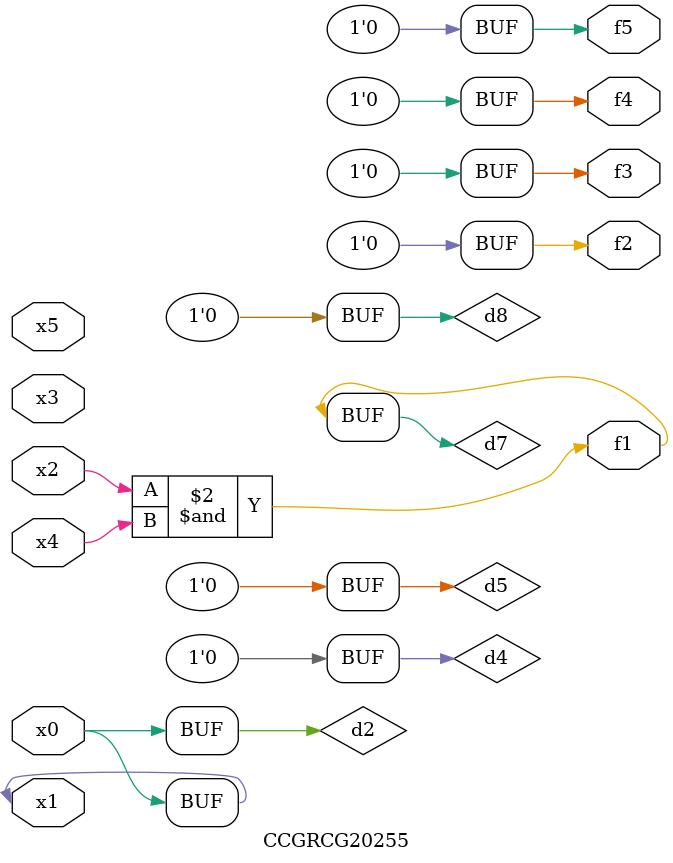
<source format=v>
module CCGRCG20255(
	input x0, x1, x2, x3, x4, x5,
	output f1, f2, f3, f4, f5
);

	wire d1, d2, d3, d4, d5, d6, d7, d8, d9;

	nand (d1, x1);
	buf (d2, x0, x1);
	nand (d3, x2, x4);
	and (d4, d1, d2);
	and (d5, d1, d2);
	nand (d6, d1, d3);
	not (d7, d3);
	xor (d8, d5);
	nor (d9, d5, d6);
	assign f1 = d7;
	assign f2 = d8;
	assign f3 = d8;
	assign f4 = d8;
	assign f5 = d8;
endmodule

</source>
